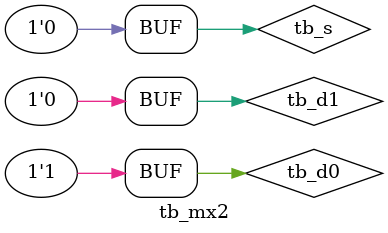
<source format=v>
`timescale 1ns/100ps

module tb_mx2;
   reg tb_d0,tb_d1,tb_s;
   wire tb_y;
   
   mx2 mx_top(.y(tb_y), .d0(tb_d0), .d1(tb_d1), .s(tb_s)); //make instance
   
   initial
	begin
   tb_d0=0; tb_d1=0;tb_s=0; // set register value
   #10; tb_s = 1;
   #10; tb_d1 = 1;
   #10; tb_s = 0;
   #10; tb_d0 = 1;
   #10; tb_s = 1;
	#10; tb_d1 = 0;
   #10; tb_s = 0;
	#10;
   end
endmodule

</source>
